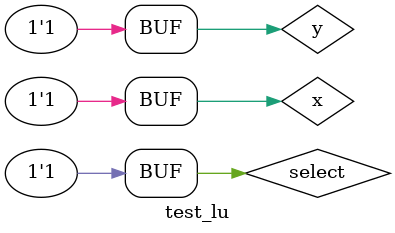
<source format=v>
module lu (output s, input a, input b, input selecao);
       wire s1,s2;
       // Portas Principais da LU
       and A1 ( s1, a, b);
       or O1 ( s2, a, b);
       // Mux
       mux Mx1 (s,s1,s2,selecao);
endmodule // lu

module mux (output s, input a, input b, input selecao);
       wire selecao2,s3,s4;
       not N1 ( selecao2, selecao);
       and A2 ( s3, a, selecao);
       and A3 ( s4, b, selecao2);
       or O2 ( s, s3, s4);
endmodule // lu

module test_lu;
       // ------------------------- definir dados
       reg x;
       reg y;
       reg select;
       wire z;
       lu modulo (z, x, y, select);
       // ------------------------- parte principal
       initial begin
               $display("Exemplo0032 - Willian Antonio dos Santos - 462020");
               $display("Test LU's module");
               x = 0; y = 0;select = 0;
               $monitor("Entradas: %b %b | Selecao: %b => Saida: %b",x,y,select,z);
               #1 x = 0; y = 1;select = 0;
               #1 x = 1; y = 0;select = 0;
               #1 x = 1; y = 1;select = 0;
               #1 $display("--------------------------------------");
               #1 x = 0; y = 0;select = 1;
               #1 x = 0; y = 1;select = 1;
               #1 x = 1; y = 0;select = 1;
               #1 x = 1; y = 1;select = 1;
               #1 $display("--------------------------------------");
       end
endmodule // test_lu
</source>
